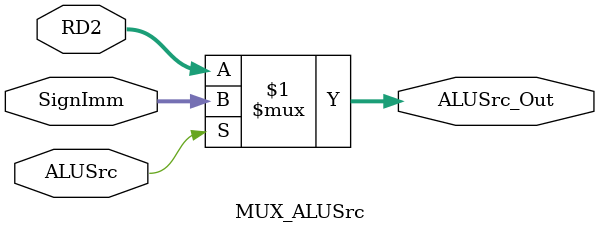
<source format=sv>
module MUX_ALUSrc(
input logic ALUSrc,
input logic [31:0] SignImm,
input logic [31:0] RD2,
output logic [31:0] ALUSrc_Out
);

assign ALUSrc_Out = ALUSrc ? SignImm : RD2;

endmodule 
</source>
